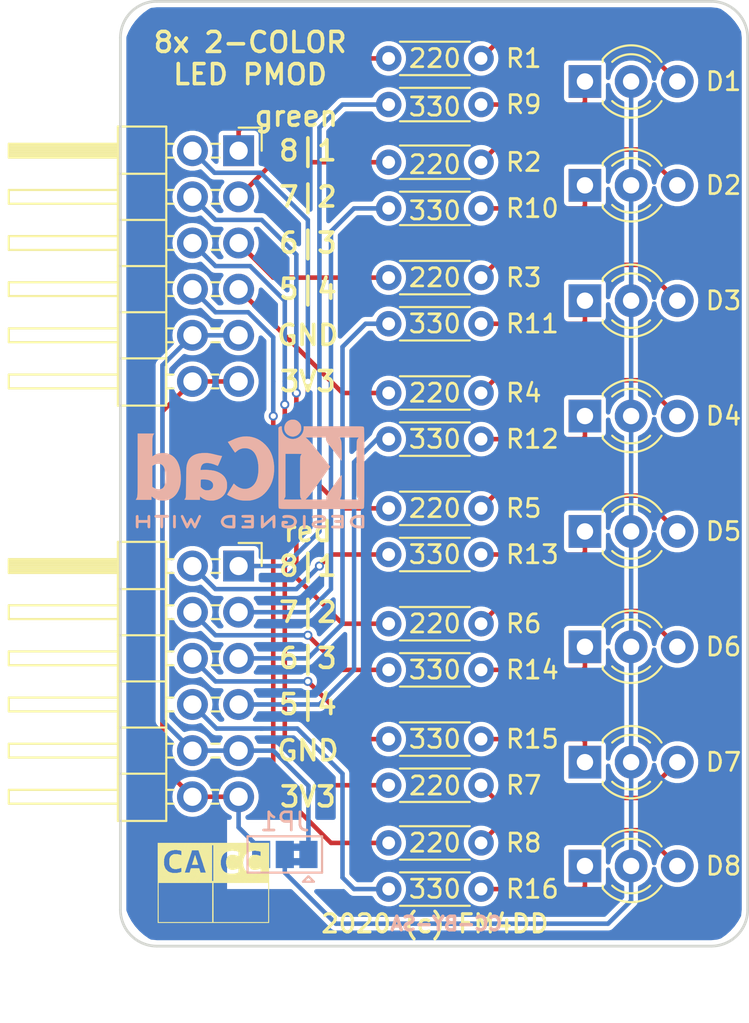
<source format=kicad_pcb>
(kicad_pcb (version 20171130) (host pcbnew "(5.1.4)-1")
  (title_block (title "FM4DD PMOD 8x 2-Color LED") (date 2020-02-06) (rev V1.0) (comment 3 "License: CC-BY-SA 4.0"))
  (layers (0 F.Cu signal) (31 B.Cu signal) (34 B.Paste user) (35 F.Paste user) (36 B.SilkS user) (37 F.SilkS user) (38 B.Mask user) (39 F.Mask user) (44 Edge.Cuts user))
  (net 0 "")
  (net 1 GND)
  (net 2 +3V3)
  (net 3 "Net-(D1-Pad3)")
  (net 4 "Net-(D1-Pad1)")
  (net 5 "Net-(D2-Pad3)")
  (net 6 "Net-(D2-Pad1)")
  (net 7 "Net-(D3-Pad1)")
  (net 8 "Net-(D3-Pad3)")
  (net 9 "Net-(D4-Pad3)")
  (net 10 "Net-(D4-Pad1)")
  (net 11 "Net-(D5-Pad1)")
  (net 12 "Net-(D5-Pad3)")
  (net 13 "Net-(D6-Pad1)")
  (net 14 "Net-(D6-Pad3)")
  (net 15 "Net-(D7-Pad3)")
  (net 16 "Net-(D7-Pad1)")
  (net 17 "Net-(D8-Pad1)")
  (net 18 "Net-(D8-Pad3)")
  (net 19 /g4)
  (net 20 /g8)
  (net 21 /g3)
  (net 22 /g7)
  (net 23 /g2)
  (net 24 /g6)
  (net 25 /g1)
  (net 26 /g5)
  (net 27 /r5)
  (net 28 /r1)
  (net 29 /r6)
  (net 30 /r2)
  (net 31 /r7)
  (net 32 /r3)
  (net 33 /r8)
  (net 34 /r4)
  (net 35 "Net-(D1-Pad2)")
  (module Jumper:SolderJumper-3_P1.3mm_Bridged2Bar12_Pad1.0x1.5mm (layer B.Cu) (at 46.54 64.955 180)
    (fp_text reference JP1 (at 0 1.8) (layer B.SilkS) (effects (justify mirror)))
    (fp_text value SolderJumper_3_Bridged12)
    (fp_poly (pts (xy -0.9 -0.2) (xy -0.4 -0.2) (xy -0.4 -0.6) (xy -0.9 -0.6)) (layer B.Cu) (width 0))
    (fp_poly (pts (xy -0.9 0.6) (xy -0.4 0.6) (xy -0.4 0.2) (xy -0.9 0.2)) (layer B.Cu) (width 0))
    (pad 2 smd rect (at 0 0 180) (size 1 1.5) (layers B.Cu B.Mask) (net 35 "Net-(D1-Pad2)"))
    (pad 3 smd rect (at 1.3 0 180) (size 1 1.5) (layers B.Cu B.Mask) (net 2 +3V3))
    (pad 1 smd rect (at -1.3 0 180) (size 1 1.5) (layers B.Cu B.Mask) (net 1 GND))
  )
  (module 01_FM4DD:7seg-type-display (layer F.Cu) (at 39.555 64.32)
    (fp_text reference 7seg-type-display hide)
    (fp_text value "" (at 0 0) (layer F.SilkS) (effects (font (size 1.27 1.27))))
  )
  (module LED_THT:LED_D3.0mm-3 (layer F.Cu) (at 63.05 65.59)
    (fp_text reference D8 (at 7.62 0) (layer F.SilkS))
    (fp_text value LED_Dual_ACA)
    (pad 1 thru_hole rect (at 0 0) (size 1.8 1.8) (drill 0.9) (layers *.Cu *.Mask) (net 17 "Net-(D8-Pad1)"))
    (pad 2 thru_hole circle (at 2.54 0) (size 1.8 1.8) (drill 0.9) (layers *.Cu *.Mask) (net 35 "Net-(D1-Pad2)"))
    (pad 3 thru_hole circle (at 5.08 0) (size 1.8 1.8) (drill 0.9) (layers *.Cu *.Mask) (net 18 "Net-(D8-Pad3)"))
  )
  (module Symbol:KiCad-Logo2_5mm_SilkScreen (layer B.Cu) (at 44.635 44 180)
    (fp_text reference REF** hide)
    (fp_text value KiCad-Logo2_5mm_SilkScreen hide)
  )
  (module 01_FM4DD:PMODHeader_2x06_P2.54mm_Horizontal (layer F.Cu) (at 44 38.92 180)
    (fp_text reference J1)
    (fp_text value PMOD)
    (pad 6 thru_hole circle (at 0 0 180) (size 1.7 1.7) (drill 1) (layers *.Cu *.Mask) (net 2 +3V3))
    (pad 12 thru_hole oval (at 2.54 0 180) (size 1.7 1.7) (drill 1) (layers *.Cu *.Mask) (net 2 +3V3))
    (pad 5 thru_hole oval (at 0 2.54 180) (size 1.7 1.7) (drill 1) (layers *.Cu *.Mask) (net 1 GND))
    (pad 11 thru_hole oval (at 2.54 2.54 180) (size 1.7 1.7) (drill 1) (layers *.Cu *.Mask) (net 1 GND))
    (pad 4 thru_hole oval (at 0 5.08 180) (size 1.7 1.7) (drill 1) (layers *.Cu *.Mask) (net 19 /g4))
    (pad 10 thru_hole oval (at 2.54 5.08 180) (size 1.7 1.7) (drill 1) (layers *.Cu *.Mask) (net 20 /g8))
    (pad 3 thru_hole oval (at 0 7.62 180) (size 1.7 1.7) (drill 1) (layers *.Cu *.Mask) (net 21 /g3))
    (pad 9 thru_hole oval (at 2.54 7.62 180) (size 1.7 1.7) (drill 1) (layers *.Cu *.Mask) (net 22 /g7))
    (pad 2 thru_hole oval (at 0 10.16 180) (size 1.7 1.7) (drill 1) (layers *.Cu *.Mask) (net 23 /g2))
    (pad 8 thru_hole oval (at 2.54 10.16 180) (size 1.7 1.7) (drill 1) (layers *.Cu *.Mask) (net 24 /g6))
    (pad 1 thru_hole rect (at 0 12.7 180) (size 1.7 1.7) (drill 1) (layers *.Cu *.Mask) (net 25 /g1))
    (pad 7 thru_hole circle (at 2.54 12.7 180) (size 1.7 1.7) (drill 1) (layers *.Cu *.Mask) (net 26 /g5))
  )
  (module 01_FM4DD:PMODHeader_2x06_P2.54mm_Horizontal (layer F.Cu) (at 44 61.78 180)
    (fp_text reference J2)
    (fp_text value PMOD)
    (pad 7 thru_hole circle (at 2.54 12.7 180) (size 1.7 1.7) (drill 1) (layers *.Cu *.Mask) (net 27 /r5))
    (pad 1 thru_hole rect (at 0 12.7 180) (size 1.7 1.7) (drill 1) (layers *.Cu *.Mask) (net 28 /r1))
    (pad 8 thru_hole oval (at 2.54 10.16 180) (size 1.7 1.7) (drill 1) (layers *.Cu *.Mask) (net 29 /r6))
    (pad 2 thru_hole oval (at 0 10.16 180) (size 1.7 1.7) (drill 1) (layers *.Cu *.Mask) (net 30 /r2))
    (pad 9 thru_hole oval (at 2.54 7.62 180) (size 1.7 1.7) (drill 1) (layers *.Cu *.Mask) (net 31 /r7))
    (pad 3 thru_hole oval (at 0 7.62 180) (size 1.7 1.7) (drill 1) (layers *.Cu *.Mask) (net 32 /r3))
    (pad 10 thru_hole oval (at 2.54 5.08 180) (size 1.7 1.7) (drill 1) (layers *.Cu *.Mask) (net 33 /r8))
    (pad 4 thru_hole oval (at 0 5.08 180) (size 1.7 1.7) (drill 1) (layers *.Cu *.Mask) (net 34 /r4))
    (pad 11 thru_hole oval (at 2.54 2.54 180) (size 1.7 1.7) (drill 1) (layers *.Cu *.Mask) (net 1 GND))
    (pad 5 thru_hole oval (at 0 2.54 180) (size 1.7 1.7) (drill 1) (layers *.Cu *.Mask) (net 1 GND))
    (pad 12 thru_hole oval (at 2.54 0 180) (size 1.7 1.7) (drill 1) (layers *.Cu *.Mask) (net 2 +3V3))
    (pad 6 thru_hole circle (at 0 0 180) (size 1.7 1.7) (drill 1) (layers *.Cu *.Mask) (net 2 +3V3))
  )
  (module Resistor_THT:R_Axial_DIN0204_L3.6mm_D1.6mm_P5.08mm_Horizontal (layer F.Cu) (at 52.255 21.14)
    (fp_text reference R1 (at 6.35 0) (layer F.SilkS) (effects (justify left)))
    (fp_text value 220 (at 2.54 0) (layer F.SilkS))
    (pad 1 thru_hole circle (at 0 0) (size 1.4 1.4) (drill 0.7) (layers *.Cu *.Mask) (net 25 /g1))
    (pad 2 thru_hole oval (at 5.08 0) (size 1.4 1.4) (drill 0.7) (layers *.Cu *.Mask) (net 3 "Net-(D1-Pad3)"))
  )
  (module Resistor_THT:R_Axial_DIN0204_L3.6mm_D1.6mm_P5.08mm_Horizontal (layer F.Cu) (at 52.255 23.68)
    (fp_text reference R9 (at 6.35 0) (layer F.SilkS) (effects (justify left)))
    (fp_text value 330 (at 2.54 0.127) (layer F.SilkS))
    (pad 2 thru_hole oval (at 5.08 0) (size 1.4 1.4) (drill 0.7) (layers *.Cu *.Mask) (net 4 "Net-(D1-Pad1)"))
    (pad 1 thru_hole circle (at 0 0) (size 1.4 1.4) (drill 0.7) (layers *.Cu *.Mask) (net 28 /r1))
  )
  (module Resistor_THT:R_Axial_DIN0204_L3.6mm_D1.6mm_P5.08mm_Horizontal (layer F.Cu) (at 52.255 26.855)
    (fp_text reference R2 (at 6.35 0) (layer F.SilkS) (effects (justify left)))
    (fp_text value 220 (at 2.54 0.127) (layer F.SilkS))
    (pad 1 thru_hole circle (at 0 0) (size 1.4 1.4) (drill 0.7) (layers *.Cu *.Mask) (net 23 /g2))
    (pad 2 thru_hole oval (at 5.08 0) (size 1.4 1.4) (drill 0.7) (layers *.Cu *.Mask) (net 5 "Net-(D2-Pad3)"))
  )
  (module Resistor_THT:R_Axial_DIN0204_L3.6mm_D1.6mm_P5.08mm_Horizontal (layer F.Cu) (at 52.255 29.395)
    (fp_text reference R10 (at 6.35 0) (layer F.SilkS) (effects (justify left)))
    (fp_text value 330 (at 2.54 0.127) (layer F.SilkS))
    (pad 2 thru_hole oval (at 5.08 0) (size 1.4 1.4) (drill 0.7) (layers *.Cu *.Mask) (net 6 "Net-(D2-Pad1)"))
    (pad 1 thru_hole circle (at 0 0) (size 1.4 1.4) (drill 0.7) (layers *.Cu *.Mask) (net 30 /r2))
  )
  (module Resistor_THT:R_Axial_DIN0204_L3.6mm_D1.6mm_P5.08mm_Horizontal (layer F.Cu) (at 52.255 39.555)
    (fp_text reference R4 (at 6.35 0) (layer F.SilkS) (effects (justify left)))
    (fp_text value 220 (at 2.54 0) (layer F.SilkS))
    (pad 1 thru_hole circle (at 0 0) (size 1.4 1.4) (drill 0.7) (layers *.Cu *.Mask) (net 19 /g4))
    (pad 2 thru_hole oval (at 5.08 0) (size 1.4 1.4) (drill 0.7) (layers *.Cu *.Mask) (net 9 "Net-(D4-Pad3)"))
  )
  (module Resistor_THT:R_Axial_DIN0204_L3.6mm_D1.6mm_P5.08mm_Horizontal (layer F.Cu) (at 52.255 33.205)
    (fp_text reference R3 (at 6.35 0) (layer F.SilkS) (effects (justify left)))
    (fp_text value 220 (at 2.54 0) (layer F.SilkS))
    (pad 2 thru_hole oval (at 5.08 0) (size 1.4 1.4) (drill 0.7) (layers *.Cu *.Mask) (net 8 "Net-(D3-Pad3)"))
    (pad 1 thru_hole circle (at 0 0) (size 1.4 1.4) (drill 0.7) (layers *.Cu *.Mask) (net 21 /g3))
  )
  (module Resistor_THT:R_Axial_DIN0204_L3.6mm_D1.6mm_P5.08mm_Horizontal (layer F.Cu) (at 52.255 35.745)
    (fp_text reference R11 (at 6.35 0) (layer F.SilkS) (effects (justify left)))
    (fp_text value 330 (at 2.54 0) (layer F.SilkS))
    (pad 1 thru_hole circle (at 0 0) (size 1.4 1.4) (drill 0.7) (layers *.Cu *.Mask) (net 32 /r3))
    (pad 2 thru_hole oval (at 5.08 0) (size 1.4 1.4) (drill 0.7) (layers *.Cu *.Mask) (net 7 "Net-(D3-Pad1)"))
  )
  (module Resistor_THT:R_Axial_DIN0204_L3.6mm_D1.6mm_P5.08mm_Horizontal (layer F.Cu) (at 52.255 42.095)
    (fp_text reference R12 (at 6.35 0) (layer F.SilkS) (effects (justify left)))
    (fp_text value 330 (at 2.54 0) (layer F.SilkS))
    (pad 2 thru_hole oval (at 5.08 0) (size 1.4 1.4) (drill 0.7) (layers *.Cu *.Mask) (net 10 "Net-(D4-Pad1)"))
    (pad 1 thru_hole circle (at 0 0) (size 1.4 1.4) (drill 0.7) (layers *.Cu *.Mask) (net 34 /r4))
  )
  (module LED_THT:LED_D3.0mm-3 (layer F.Cu) (at 63.05 22.41)
    (fp_text reference D1 (at 7.62 0) (layer F.SilkS))
    (fp_text value LED_Dual_ACA)
    (pad 3 thru_hole circle (at 5.08 0) (size 1.8 1.8) (drill 0.9) (layers *.Cu *.Mask) (net 3 "Net-(D1-Pad3)"))
    (pad 2 thru_hole circle (at 2.54 0) (size 1.8 1.8) (drill 0.9) (layers *.Cu *.Mask) (net 35 "Net-(D1-Pad2)"))
    (pad 1 thru_hole rect (at 0 0) (size 1.8 1.8) (drill 0.9) (layers *.Cu *.Mask) (net 4 "Net-(D1-Pad1)"))
  )
  (module LED_THT:LED_D3.0mm-3 (layer F.Cu) (at 63.05 28.125)
    (fp_text reference D2 (at 7.62 0) (layer F.SilkS))
    (fp_text value LED_Dual_ACA)
    (pad 3 thru_hole circle (at 5.08 0) (size 1.8 1.8) (drill 0.9) (layers *.Cu *.Mask) (net 5 "Net-(D2-Pad3)"))
    (pad 2 thru_hole circle (at 2.54 0) (size 1.8 1.8) (drill 0.9) (layers *.Cu *.Mask) (net 35 "Net-(D1-Pad2)"))
    (pad 1 thru_hole rect (at 0 0) (size 1.8 1.8) (drill 0.9) (layers *.Cu *.Mask) (net 6 "Net-(D2-Pad1)"))
  )
  (module LED_THT:LED_D3.0mm-3 (layer F.Cu) (at 63.05 34.475)
    (fp_text reference D3 (at 7.62 0) (layer F.SilkS))
    (fp_text value LED_Dual_ACA)
    (pad 1 thru_hole rect (at 0 0) (size 1.8 1.8) (drill 0.9) (layers *.Cu *.Mask) (net 7 "Net-(D3-Pad1)"))
    (pad 2 thru_hole circle (at 2.54 0) (size 1.8 1.8) (drill 0.9) (layers *.Cu *.Mask) (net 35 "Net-(D1-Pad2)"))
    (pad 3 thru_hole circle (at 5.08 0) (size 1.8 1.8) (drill 0.9) (layers *.Cu *.Mask) (net 8 "Net-(D3-Pad3)"))
  )
  (module LED_THT:LED_D3.0mm-3 (layer F.Cu) (at 63.05 40.825)
    (fp_text reference D4 (at 7.62 0) (layer F.SilkS))
    (fp_text value LED_Dual_ACA)
    (pad 3 thru_hole circle (at 5.08 0) (size 1.8 1.8) (drill 0.9) (layers *.Cu *.Mask) (net 9 "Net-(D4-Pad3)"))
    (pad 2 thru_hole circle (at 2.54 0) (size 1.8 1.8) (drill 0.9) (layers *.Cu *.Mask) (net 35 "Net-(D1-Pad2)"))
    (pad 1 thru_hole rect (at 0 0) (size 1.8 1.8) (drill 0.9) (layers *.Cu *.Mask) (net 10 "Net-(D4-Pad1)"))
  )
  (module LED_THT:LED_D3.0mm-3 (layer F.Cu) (at 63.05 47.175)
    (fp_text reference D5 (at 7.62 0) (layer F.SilkS))
    (fp_text value LED_Dual_ACA)
    (pad 1 thru_hole rect (at 0 0) (size 1.8 1.8) (drill 0.9) (layers *.Cu *.Mask) (net 11 "Net-(D5-Pad1)"))
    (pad 2 thru_hole circle (at 2.54 0) (size 1.8 1.8) (drill 0.9) (layers *.Cu *.Mask) (net 35 "Net-(D1-Pad2)"))
    (pad 3 thru_hole circle (at 5.08 0) (size 1.8 1.8) (drill 0.9) (layers *.Cu *.Mask) (net 12 "Net-(D5-Pad3)"))
  )
  (module LED_THT:LED_D3.0mm-3 (layer F.Cu) (at 63.05 53.525)
    (fp_text reference D6 (at 7.62 0) (layer F.SilkS))
    (fp_text value LED_Dual_ACA)
    (pad 1 thru_hole rect (at 0 0) (size 1.8 1.8) (drill 0.9) (layers *.Cu *.Mask) (net 13 "Net-(D6-Pad1)"))
    (pad 2 thru_hole circle (at 2.54 0) (size 1.8 1.8) (drill 0.9) (layers *.Cu *.Mask) (net 35 "Net-(D1-Pad2)"))
    (pad 3 thru_hole circle (at 5.08 0) (size 1.8 1.8) (drill 0.9) (layers *.Cu *.Mask) (net 14 "Net-(D6-Pad3)"))
  )
  (module LED_THT:LED_D3.0mm-3 (layer F.Cu) (at 63.05 59.875)
    (fp_text reference D7 (at 7.62 0) (layer F.SilkS))
    (fp_text value LED_Dual_ACA)
    (pad 3 thru_hole circle (at 5.08 0) (size 1.8 1.8) (drill 0.9) (layers *.Cu *.Mask) (net 15 "Net-(D7-Pad3)"))
    (pad 2 thru_hole circle (at 2.54 0) (size 1.8 1.8) (drill 0.9) (layers *.Cu *.Mask) (net 35 "Net-(D1-Pad2)"))
    (pad 1 thru_hole rect (at 0 0) (size 1.8 1.8) (drill 0.9) (layers *.Cu *.Mask) (net 16 "Net-(D7-Pad1)"))
  )
  (module Resistor_THT:R_Axial_DIN0204_L3.6mm_D1.6mm_P5.08mm_Horizontal (layer F.Cu) (at 52.255 45.905)
    (fp_text reference R5 (at 6.35 0) (layer F.SilkS) (effects (justify left)))
    (fp_text value 220 (at 2.54 0) (layer F.SilkS))
    (pad 2 thru_hole oval (at 5.08 0) (size 1.4 1.4) (drill 0.7) (layers *.Cu *.Mask) (net 12 "Net-(D5-Pad3)"))
    (pad 1 thru_hole circle (at 0 0) (size 1.4 1.4) (drill 0.7) (layers *.Cu *.Mask) (net 26 /g5))
  )
  (module Resistor_THT:R_Axial_DIN0204_L3.6mm_D1.6mm_P5.08mm_Horizontal (layer F.Cu) (at 52.255 52.255)
    (fp_text reference R6 (at 6.35 0) (layer F.SilkS) (effects (justify left)))
    (fp_text value 220 (at 2.54 0) (layer F.SilkS))
    (pad 2 thru_hole oval (at 5.08 0) (size 1.4 1.4) (drill 0.7) (layers *.Cu *.Mask) (net 14 "Net-(D6-Pad3)"))
    (pad 1 thru_hole circle (at 0 0) (size 1.4 1.4) (drill 0.7) (layers *.Cu *.Mask) (net 24 /g6))
  )
  (module Resistor_THT:R_Axial_DIN0204_L3.6mm_D1.6mm_P5.08mm_Horizontal (layer F.Cu) (at 52.255 61.145)
    (fp_text reference R7 (at 6.35 0) (layer F.SilkS) (effects (justify left)))
    (fp_text value 220 (at 2.551999 0.029599) (layer F.SilkS))
    (pad 1 thru_hole circle (at 0 0) (size 1.4 1.4) (drill 0.7) (layers *.Cu *.Mask) (net 22 /g7))
    (pad 2 thru_hole oval (at 5.08 0) (size 1.4 1.4) (drill 0.7) (layers *.Cu *.Mask) (net 15 "Net-(D7-Pad3)"))
  )
  (module Resistor_THT:R_Axial_DIN0204_L3.6mm_D1.6mm_P5.08mm_Horizontal (layer F.Cu) (at 52.255 64.32)
    (fp_text reference R8 (at 6.35 0) (layer F.SilkS) (effects (justify left)))
    (fp_text value 220 (at 2.54 0) (layer F.SilkS))
    (pad 2 thru_hole oval (at 5.08 0) (size 1.4 1.4) (drill 0.7) (layers *.Cu *.Mask) (net 18 "Net-(D8-Pad3)"))
    (pad 1 thru_hole circle (at 0 0) (size 1.4 1.4) (drill 0.7) (layers *.Cu *.Mask) (net 20 /g8))
  )
  (module Resistor_THT:R_Axial_DIN0204_L3.6mm_D1.6mm_P5.08mm_Horizontal (layer F.Cu) (at 52.255 48.445)
    (fp_text reference R13 (at 6.35 0) (layer F.SilkS) (effects (justify left)))
    (fp_text value 330 (at 2.54 0) (layer F.SilkS))
    (pad 1 thru_hole circle (at 0 0) (size 1.4 1.4) (drill 0.7) (layers *.Cu *.Mask) (net 27 /r5))
    (pad 2 thru_hole oval (at 5.08 0) (size 1.4 1.4) (drill 0.7) (layers *.Cu *.Mask) (net 11 "Net-(D5-Pad1)"))
  )
  (module Resistor_THT:R_Axial_DIN0204_L3.6mm_D1.6mm_P5.08mm_Horizontal (layer F.Cu) (at 52.255 54.795)
    (fp_text reference R14 (at 6.35 0) (layer F.SilkS) (effects (justify left)))
    (fp_text value 330 (at 2.54 0) (layer F.SilkS))
    (pad 1 thru_hole circle (at 0 0) (size 1.4 1.4) (drill 0.7) (layers *.Cu *.Mask) (net 29 /r6))
    (pad 2 thru_hole oval (at 5.08 0) (size 1.4 1.4) (drill 0.7) (layers *.Cu *.Mask) (net 13 "Net-(D6-Pad1)"))
  )
  (module Resistor_THT:R_Axial_DIN0204_L3.6mm_D1.6mm_P5.08mm_Horizontal (layer F.Cu) (at 52.255 58.605)
    (fp_text reference R15 (at 6.35 0) (layer F.SilkS) (effects (justify left)))
    (fp_text value 330 (at 2.54 0) (layer F.SilkS))
    (pad 2 thru_hole oval (at 5.08 0) (size 1.4 1.4) (drill 0.7) (layers *.Cu *.Mask) (net 16 "Net-(D7-Pad1)"))
    (pad 1 thru_hole circle (at 0 0) (size 1.4 1.4) (drill 0.7) (layers *.Cu *.Mask) (net 31 /r7))
  )
  (module Resistor_THT:R_Axial_DIN0204_L3.6mm_D1.6mm_P5.08mm_Horizontal (layer F.Cu) (at 52.255 66.86)
    (fp_text reference R16 (at 6.35 0) (layer F.SilkS) (effects (justify left)))
    (fp_text value 330 (at 2.54 0) (layer F.SilkS))
    (pad 1 thru_hole circle (at 0 0) (size 1.4 1.4) (drill 0.7) (layers *.Cu *.Mask) (net 33 /r8))
    (pad 2 thru_hole oval (at 5.08 0) (size 1.4 1.4) (drill 0.7) (layers *.Cu *.Mask) (net 17 "Net-(D8-Pad1)"))
  )
  (gr_text "2020 (c) FM4DD\n" (at 54.795 68.765) (layer F.SilkS) (effects (font (size 1 1) (thickness 0.175))))
  (gr_text red (at 47.81 47.175) (layer F.SilkS) (effects (font (size 1.1 1.1) (thickness 0.2))))
  (gr_text 3V3 (at 47.81 61.78) (layer F.SilkS) (effects (font (size 1.1 1.1) (thickness 0.2))))
  (gr_text GND (at 47.81 59.24) (layer F.SilkS) (effects (font (size 1.1 1.1) (thickness 0.2))))
  (gr_text 5|4 (at 47.81 56.7) (layer F.SilkS) (effects (font (size 1.1 1.1) (thickness 0.2))))
  (gr_text 6|3 (at 47.81 54.16) (layer F.SilkS) (effects (font (size 1.1 1.1) (thickness 0.2))))
  (gr_text 7|2 (at 47.81 51.62) (layer F.SilkS) (effects (font (size 1.1 1.1) (thickness 0.2))))
  (gr_text 8|1 (at 47.81 49.08) (layer F.SilkS) (effects (font (size 1.1 1.1) (thickness 0.2))))
  (gr_text green (at 47.175 24.315) (layer F.SilkS) (effects (font (size 1.1 1.1) (thickness 0.2))))
  (gr_text 3V3 (at 47.81 38.92) (layer F.SilkS) (effects (font (size 1.1 1.1) (thickness 0.2))))
  (gr_text GND (at 47.81 36.38) (layer F.SilkS) (effects (font (size 1.1 1.1) (thickness 0.2))))
  (gr_text 5|4 (at 47.81 33.84) (layer F.SilkS) (effects (font (size 1.1 1.1) (thickness 0.2))))
  (gr_text 6|3 (at 47.81 31.3) (layer F.SilkS) (effects (font (size 1.1 1.1) (thickness 0.2))))
  (gr_text 7|2 (at 47.81 28.76) (layer F.SilkS) (effects (font (size 1.1 1.1) (thickness 0.2))))
  (gr_text 8|1 (at 47.81 26.22) (layer F.SilkS) (effects (font (size 1.1 1.1) (thickness 0.2))))
  (gr_text CC-BY-SA (at 55.43 68.765) (layer B.SilkS) (effects (font (size 0.75 0.75) (thickness 0.1875)) (justify mirror)))
  (gr_text "8x 2-COLOR\nLED PMOD" (at 44.635 21.14) (layer F.SilkS) (effects (font (size 1.1 1.1) (thickness 0.2))))
  (gr_arc (start 70 20) (end 72 20) (angle -90) (layer Edge.Cuts) (width 0.15))
  (gr_arc (start 39.5 20) (end 39.5 18) (angle -90) (layer Edge.Cuts) (width 0.15))
  (gr_arc (start 39.5 68) (end 37.5 68) (angle -90) (layer Edge.Cuts) (width 0.15))
  (gr_arc (start 70 68) (end 70 70) (angle -90) (layer Edge.Cuts) (width 0.15))
  (gr_line (start 72 20) (end 72 68) (layer Edge.Cuts) (width 0.15))
  (gr_line (start 39.5 18) (end 70 18) (layer Edge.Cuts) (width 0.15))
  (gr_line (start 37.5 68) (end 37.5 20) (layer Edge.Cuts) (width 0.15))
  (gr_line (start 70 70) (end 39.5 70) (layer Edge.Cuts) (width 0.15))
  (segment (start 41.46 36.38) (end 39.809 38.031) (width 0.25) (layer B.Cu) (net 1))
  (segment (start 39.809 57.589) (end 41.46 59.24) (width 0.25) (layer B.Cu) (net 1))
  (segment (start 39.809 38.031) (end 39.809 57.589) (width 0.25) (layer B.Cu) (net 1))
  (segment (start 41.46 36.38) (end 44 36.38) (width 0.25) (layer B.Cu) (net 1))
  (segment (start 41.46 59.24) (end 44 59.24) (width 0.25) (layer B.Cu) (net 1))
  (segment (start 47.84 61.175) (end 47.84 64.955) (width 0.25) (layer B.Cu) (net 1))
  (segment (start 44 59.24) (end 45.905 59.24) (width 0.25) (layer B.Cu) (net 1))
  (segment (start 45.905 59.24) (end 47.84 61.175) (width 0.25) (layer B.Cu) (net 1))
  (segment (start 41.46 38.92) (end 39.809 40.571) (width 0.25) (layer F.Cu) (net 2))
  (segment (start 39.809 60.129) (end 41.46 61.78) (width 0.25) (layer F.Cu) (net 2))
  (segment (start 39.809 40.571) (end 39.809 60.129) (width 0.25) (layer F.Cu) (net 2))
  (segment (start 41.46 61.78) (end 44 61.78) (width 0.25) (layer F.Cu) (net 2))
  (segment (start 41.46 38.92) (end 44 38.92) (width 0.25) (layer F.Cu) (net 2))
  (segment (start 45.24 64.705) (end 45.24 64.955) (width 0.25) (layer B.Cu) (net 2))
  (segment (start 44 63.465) (end 45.24 64.705) (width 0.25) (layer B.Cu) (net 2))
  (segment (start 44 61.78) (end 44 63.465) (width 0.25) (layer B.Cu) (net 2))
  (segment (start 67.230001 21.510001) (end 68.13 22.41) (width 0.25) (layer F.Cu) (net 3))
  (segment (start 66.160001 20.440001) (end 67.230001 21.510001) (width 0.25) (layer F.Cu) (net 3))
  (segment (start 58.034999 20.440001) (end 66.160001 20.440001) (width 0.25) (layer F.Cu) (net 3))
  (segment (start 57.335 21.14) (end 58.034999 20.440001) (width 0.25) (layer F.Cu) (net 3))
  (segment (start 63.05 23.56) (end 63.05 22.41) (width 0.25) (layer F.Cu) (net 4))
  (segment (start 62.93 23.68) (end 63.05 23.56) (width 0.25) (layer F.Cu) (net 4))
  (segment (start 57.335 23.68) (end 62.93 23.68) (width 0.25) (layer F.Cu) (net 4))
  (segment (start 67.230001 27.225001) (end 68.13 28.125) (width 0.25) (layer F.Cu) (net 5))
  (segment (start 66.160001 26.155001) (end 67.230001 27.225001) (width 0.25) (layer F.Cu) (net 5))
  (segment (start 58.034999 26.155001) (end 66.160001 26.155001) (width 0.25) (layer F.Cu) (net 5))
  (segment (start 57.335 26.855) (end 58.034999 26.155001) (width 0.25) (layer F.Cu) (net 5))
  (segment (start 63.05 29.275) (end 63.05 28.125) (width 0.25) (layer F.Cu) (net 6))
  (segment (start 62.93 29.395) (end 63.05 29.275) (width 0.25) (layer F.Cu) (net 6))
  (segment (start 57.335 29.395) (end 62.93 29.395) (width 0.25) (layer F.Cu) (net 6))
  (segment (start 63.05 35.625) (end 63.05 34.475) (width 0.25) (layer F.Cu) (net 7))
  (segment (start 62.93 35.745) (end 63.05 35.625) (width 0.25) (layer F.Cu) (net 7))
  (segment (start 57.335 35.745) (end 62.93 35.745) (width 0.25) (layer F.Cu) (net 7))
  (segment (start 67.230001 33.575001) (end 68.13 34.475) (width 0.25) (layer F.Cu) (net 8))
  (segment (start 66.160001 32.505001) (end 67.230001 33.575001) (width 0.25) (layer F.Cu) (net 8))
  (segment (start 58.034999 32.505001) (end 66.160001 32.505001) (width 0.25) (layer F.Cu) (net 8))
  (segment (start 57.335 33.205) (end 58.034999 32.505001) (width 0.25) (layer F.Cu) (net 8))
  (segment (start 67.230001 39.925001) (end 68.13 40.825) (width 0.25) (layer F.Cu) (net 9))
  (segment (start 66.160001 38.855001) (end 67.230001 39.925001) (width 0.25) (layer F.Cu) (net 9))
  (segment (start 58.034999 38.855001) (end 66.160001 38.855001) (width 0.25) (layer F.Cu) (net 9))
  (segment (start 57.335 39.555) (end 58.034999 38.855001) (width 0.25) (layer F.Cu) (net 9))
  (segment (start 63.05 41.975) (end 63.05 40.825) (width 0.25) (layer F.Cu) (net 10))
  (segment (start 62.93 42.095) (end 63.05 41.975) (width 0.25) (layer F.Cu) (net 10))
  (segment (start 57.335 42.095) (end 62.93 42.095) (width 0.25) (layer F.Cu) (net 10))
  (segment (start 63.05 48.325) (end 63.05 47.175) (width 0.25) (layer F.Cu) (net 11))
  (segment (start 62.93 48.445) (end 63.05 48.325) (width 0.25) (layer F.Cu) (net 11))
  (segment (start 57.335 48.445) (end 62.93 48.445) (width 0.25) (layer F.Cu) (net 11))
  (segment (start 67.230001 46.275001) (end 68.13 47.175) (width 0.25) (layer F.Cu) (net 12))
  (segment (start 66.160001 45.205001) (end 67.230001 46.275001) (width 0.25) (layer F.Cu) (net 12))
  (segment (start 58.034999 45.205001) (end 66.160001 45.205001) (width 0.25) (layer F.Cu) (net 12))
  (segment (start 57.335 45.905) (end 58.034999 45.205001) (width 0.25) (layer F.Cu) (net 12))
  (segment (start 63.05 54.675) (end 63.05 53.525) (width 0.25) (layer F.Cu) (net 13))
  (segment (start 62.93 54.795) (end 63.05 54.675) (width 0.25) (layer F.Cu) (net 13))
  (segment (start 57.335 54.795) (end 62.93 54.795) (width 0.25) (layer F.Cu) (net 13))
  (segment (start 67.230001 52.625001) (end 68.13 53.525) (width 0.25) (layer F.Cu) (net 14))
  (segment (start 66.160001 51.555001) (end 67.230001 52.625001) (width 0.25) (layer F.Cu) (net 14))
  (segment (start 58.034999 51.555001) (end 66.160001 51.555001) (width 0.25) (layer F.Cu) (net 14))
  (segment (start 57.335 52.255) (end 58.034999 51.555001) (width 0.25) (layer F.Cu) (net 14))
  (segment (start 67.230001 60.774999) (end 68.13 59.875) (width 0.25) (layer F.Cu) (net 15))
  (segment (start 66.160001 61.844999) (end 67.230001 60.774999) (width 0.25) (layer F.Cu) (net 15))
  (segment (start 58.034999 61.844999) (end 66.160001 61.844999) (width 0.25) (layer F.Cu) (net 15))
  (segment (start 57.335 61.145) (end 58.034999 61.844999) (width 0.25) (layer F.Cu) (net 15))
  (segment (start 63.05 58.725) (end 63.05 59.875) (width 0.25) (layer F.Cu) (net 16))
  (segment (start 62.93 58.605) (end 63.05 58.725) (width 0.25) (layer F.Cu) (net 16))
  (segment (start 57.335 58.605) (end 62.93 58.605) (width 0.25) (layer F.Cu) (net 16))
  (segment (start 63.05 66.74) (end 63.05 65.59) (width 0.25) (layer F.Cu) (net 17))
  (segment (start 62.93 66.86) (end 63.05 66.74) (width 0.25) (layer F.Cu) (net 17))
  (segment (start 57.335 66.86) (end 62.93 66.86) (width 0.25) (layer F.Cu) (net 17))
  (segment (start 66.160001 63.620001) (end 68.13 65.59) (width 0.25) (layer F.Cu) (net 18))
  (segment (start 57.335 64.32) (end 58.034999 63.620001) (width 0.25) (layer F.Cu) (net 18))
  (segment (start 58.034999 63.620001) (end 66.160001 63.620001) (width 0.25) (layer F.Cu) (net 18))
  (segment (start 49.715 39.555) (end 44 33.84) (width 0.25) (layer F.Cu) (net 19))
  (segment (start 52.255 39.555) (end 49.715 39.555) (width 0.25) (layer F.Cu) (net 19))
  (via (at 45.905 40.825) (size 0.5) (drill 0.3) (layers F.Cu B.Cu) (net 20))
  (segment (start 45.905 38.92) (end 45.905 40.825) (width 0.25) (layer B.Cu) (net 20))
  (segment (start 45.905 36.486798) (end 45.905 38.92) (width 0.25) (layer B.Cu) (net 20))
  (segment (start 44.528202 35.11) (end 45.905 36.486798) (width 0.25) (layer B.Cu) (net 20))
  (segment (start 41.46 33.84) (end 42.73 35.11) (width 0.25) (layer B.Cu) (net 20))
  (segment (start 42.73 35.11) (end 44.528202 35.11) (width 0.25) (layer B.Cu) (net 20))
  (segment (start 49.08 64.32) (end 52.255 64.32) (width 0.25) (layer F.Cu) (net 20))
  (segment (start 45.905 40.825) (end 45.905 61.145) (width 0.25) (layer F.Cu) (net 20))
  (segment (start 45.905 61.145) (end 49.08 64.32) (width 0.25) (layer F.Cu) (net 20))
  (segment (start 44 31.3) (end 45.905 33.205) (width 0.25) (layer F.Cu) (net 21))
  (segment (start 45.905 33.205) (end 52.255 33.205) (width 0.25) (layer F.Cu) (net 21))
  (via (at 46.54 40.19) (size 0.5) (drill 0.3) (layers F.Cu B.Cu) (net 22))
  (segment (start 41.46 31.3) (end 42.73 32.57) (width 0.25) (layer B.Cu) (net 22))
  (segment (start 42.73 32.57) (end 44.635 32.57) (width 0.25) (layer B.Cu) (net 22))
  (segment (start 46.54 34.475) (end 46.54 38.92) (width 0.25) (layer B.Cu) (net 22))
  (segment (start 44.635 32.57) (end 46.54 34.475) (width 0.25) (layer B.Cu) (net 22))
  (segment (start 49.08 61.145) (end 52.255 61.145) (width 0.25) (layer F.Cu) (net 22))
  (segment (start 46.54 58.605) (end 49.08 61.145) (width 0.25) (layer F.Cu) (net 22))
  (segment (start 46.54 38.92) (end 46.54 40.19) (width 0.25) (layer B.Cu) (net 22))
  (segment (start 46.54 40.19) (end 46.54 58.605) (width 0.25) (layer F.Cu) (net 22))
  (segment (start 45.905 26.855) (end 52.255 26.855) (width 0.25) (layer F.Cu) (net 23))
  (segment (start 44 28.76) (end 45.905 26.855) (width 0.25) (layer F.Cu) (net 23))
  (segment (start 52.255 52.255) (end 51.265051 52.255) (width 0.25) (layer F.Cu) (net 24))
  (segment (start 51.265051 52.255) (end 49.715 52.255) (width 0.25) (layer F.Cu) (net 24))
  (segment (start 49.715 52.255) (end 47.175 49.715) (width 0.25) (layer F.Cu) (net 24))
  (via (at 47.175 39.555) (size 0.5) (drill 0.3) (layers F.Cu B.Cu) (net 24))
  (segment (start 41.46 28.76) (end 42.73 30.03) (width 0.25) (layer B.Cu) (net 24))
  (segment (start 42.73 30.03) (end 45.27 30.03) (width 0.25) (layer B.Cu) (net 24))
  (segment (start 45.27 30.03) (end 47.175 31.935) (width 0.25) (layer B.Cu) (net 24))
  (segment (start 47.175 31.935) (end 47.175 38.92) (width 0.25) (layer B.Cu) (net 24))
  (segment (start 47.175 38.92) (end 47.175 39.555) (width 0.25) (layer B.Cu) (net 24))
  (segment (start 47.175 39.555) (end 47.175 49.715) (width 0.25) (layer F.Cu) (net 24))
  (segment (start 51.265051 21.14) (end 52.255 21.14) (width 0.25) (layer F.Cu) (net 25))
  (segment (start 47.98 21.14) (end 51.265051 21.14) (width 0.25) (layer F.Cu) (net 25))
  (segment (start 44 25.12) (end 47.98 21.14) (width 0.25) (layer F.Cu) (net 25))
  (segment (start 44 26.22) (end 44 25.12) (width 0.25) (layer F.Cu) (net 25))
  (segment (start 52.255 45.905) (end 49.715 45.905) (width 0.25) (layer F.Cu) (net 26))
  (segment (start 49.715 45.905) (end 47.81 44) (width 0.25) (layer F.Cu) (net 26))
  (segment (start 47.81 44) (end 47.81 38.92) (width 0.25) (layer F.Cu) (net 26))
  (segment (start 47.81 38.92) (end 47.81 38.92) (width 0.25) (layer F.Cu) (net 26))
  (via (at 47.81 38.92) (size 0.5) (drill 0.3) (layers F.Cu B.Cu) (net 26))
  (segment (start 47.81 38.92) (end 47.81 30.03) (width 0.25) (layer B.Cu) (net 26))
  (segment (start 42.309999 27.069999) (end 41.46 26.22) (width 0.25) (layer B.Cu) (net 26))
  (segment (start 42.675001 27.435001) (end 42.309999 27.069999) (width 0.25) (layer B.Cu) (net 26))
  (segment (start 45.215001 27.435001) (end 42.675001 27.435001) (width 0.25) (layer B.Cu) (net 26))
  (segment (start 47.81 30.03) (end 45.215001 27.435001) (width 0.25) (layer B.Cu) (net 26))
  (segment (start 42.73 50.35) (end 47.175 50.35) (width 0.25) (layer B.Cu) (net 27))
  (segment (start 41.46 49.08) (end 42.73 50.35) (width 0.25) (layer B.Cu) (net 27))
  (segment (start 47.175 50.35) (end 48.445 49.08) (width 0.25) (layer B.Cu) (net 27))
  (segment (start 48.445 49.08) (end 48.445 49.08) (width 0.25) (layer B.Cu) (net 27))
  (via (at 48.445 49.08) (size 0.5) (drill 0.3) (layers F.Cu B.Cu) (net 27))
  (segment (start 49.08 48.445) (end 48.445 49.08) (width 0.25) (layer F.Cu) (net 27))
  (segment (start 52.255 48.445) (end 49.08 48.445) (width 0.25) (layer F.Cu) (net 27))
  (segment (start 49.715 23.68) (end 52.255 23.68) (width 0.25) (layer B.Cu) (net 28))
  (segment (start 48.445 24.95) (end 49.715 23.68) (width 0.25) (layer B.Cu) (net 28))
  (segment (start 48.445 47.175) (end 48.445 24.95) (width 0.25) (layer B.Cu) (net 28))
  (segment (start 44 49.08) (end 46.54 49.08) (width 0.25) (layer B.Cu) (net 28))
  (segment (start 46.54 49.08) (end 48.445 47.175) (width 0.25) (layer B.Cu) (net 28))
  (segment (start 41.46 51.62) (end 42.73 52.89) (width 0.25) (layer B.Cu) (net 29))
  (segment (start 42.73 52.89) (end 47.81 52.89) (width 0.25) (layer B.Cu) (net 29))
  (segment (start 47.81 52.89) (end 47.81 52.89) (width 0.25) (layer B.Cu) (net 29))
  (via (at 47.81 52.89) (size 0.5) (drill 0.3) (layers F.Cu B.Cu) (net 29))
  (segment (start 49.715 54.795) (end 47.81 52.89) (width 0.25) (layer F.Cu) (net 29))
  (segment (start 52.255 54.795) (end 49.715 54.795) (width 0.25) (layer F.Cu) (net 29))
  (segment (start 50.35 29.395) (end 52.255 29.395) (width 0.25) (layer B.Cu) (net 30))
  (segment (start 49.08 30.665) (end 50.35 29.395) (width 0.25) (layer B.Cu) (net 30))
  (segment (start 49.08 50.35) (end 49.08 30.665) (width 0.25) (layer B.Cu) (net 30))
  (segment (start 44 51.62) (end 47.81 51.62) (width 0.25) (layer B.Cu) (net 30))
  (segment (start 47.81 51.62) (end 49.08 50.35) (width 0.25) (layer B.Cu) (net 30))
  (segment (start 41.46 54.16) (end 42.73 55.43) (width 0.25) (layer B.Cu) (net 31))
  (segment (start 42.73 55.43) (end 47.81 55.43) (width 0.25) (layer B.Cu) (net 31))
  (segment (start 47.81 55.43) (end 47.81 55.43) (width 0.25) (layer B.Cu) (net 31))
  (via (at 47.81 55.43) (size 0.5) (drill 0.3) (layers F.Cu B.Cu) (net 31))
  (segment (start 50.985 58.605) (end 52.255 58.605) (width 0.25) (layer F.Cu) (net 31))
  (segment (start 47.81 55.43) (end 50.985 58.605) (width 0.25) (layer F.Cu) (net 31))
  (segment (start 50.985 35.745) (end 52.255 35.745) (width 0.25) (layer B.Cu) (net 32))
  (segment (start 49.715 37.015) (end 50.985 35.745) (width 0.25) (layer B.Cu) (net 32))
  (segment (start 49.715 52.255) (end 49.715 37.015) (width 0.25) (layer B.Cu) (net 32))
  (segment (start 44 54.16) (end 47.81 54.16) (width 0.25) (layer B.Cu) (net 32))
  (segment (start 47.81 54.16) (end 49.715 52.255) (width 0.25) (layer B.Cu) (net 32))
  (segment (start 41.46 56.7) (end 42.784999 58.024999) (width 0.25) (layer B.Cu) (net 33))
  (segment (start 52.255 66.86) (end 50.35 66.86) (width 0.25) (layer B.Cu) (net 33))
  (segment (start 47.229999 58.024999) (end 45.215001 58.024999) (width 0.25) (layer B.Cu) (net 33))
  (segment (start 49.08 59.875) (end 47.229999 58.024999) (width 0.25) (layer B.Cu) (net 33))
  (segment (start 42.784999 58.024999) (end 45.215001 58.024999) (width 0.25) (layer B.Cu) (net 33))
  (segment (start 45.215001 58.024999) (end 45.324999 58.024999) (width 0.25) (layer B.Cu) (net 33))
  (segment (start 50.35 66.86) (end 49.715 66.225) (width 0.25) (layer B.Cu) (net 33))
  (segment (start 49.715 66.225) (end 49.715 61.145) (width 0.25) (layer B.Cu) (net 33))
  (segment (start 49.715 61.145) (end 49.715 60.51) (width 0.25) (layer B.Cu) (net 33))
  (segment (start 49.715 60.51) (end 49.08 59.875) (width 0.25) (layer B.Cu) (net 33))
  (segment (start 51.62 42.095) (end 52.255 42.095) (width 0.25) (layer B.Cu) (net 34))
  (segment (start 50.35 43.365) (end 51.62 42.095) (width 0.25) (layer B.Cu) (net 34))
  (segment (start 50.35 54.795) (end 50.35 43.365) (width 0.25) (layer B.Cu) (net 34))
  (segment (start 44 56.7) (end 48.445 56.7) (width 0.25) (layer B.Cu) (net 34))
  (segment (start 48.445 56.7) (end 50.35 54.795) (width 0.25) (layer B.Cu) (net 34))
  (segment (start 65.59 40.157202) (end 65.59 65.59) (width 0.25) (layer B.Cu) (net 35))
  (segment (start 65.59 22.41) (end 65.59 40.157202) (width 0.25) (layer B.Cu) (net 35))
  (segment (start 46.54 65.955) (end 46.54 64.955) (width 0.25) (layer B.Cu) (net 35))
  (segment (start 49.35 68.765) (end 46.54 65.955) (width 0.25) (layer B.Cu) (net 35))
  (segment (start 64.32 68.765) (end 49.35 68.765) (width 0.25) (layer B.Cu) (net 35))
  (segment (start 65.59 67.495) (end 64.32 68.765) (width 0.25) (layer B.Cu) (net 35))
  (segment (start 65.59 65.59) (end 65.59 67.495) (width 0.25) (layer B.Cu) (net 35))
  (zone (net 0) (net_name "") (layer B.Cu) (connect_pads (clearance 0.25)) (min_thickness 0.254) (fill yes (arc_segments 32) (thermal_gap 0.508) (thermal_bridge_width 0.508) (smoothing fillet) (radius 3))
    (polygon (pts (xy 37.65 17.965) (xy 37.65 70.035) (xy 71.94 70.035) (xy 71.94 17.965)))
  )
  (zone (net 0) (net_name "") (layer B.Cu) (connect_pads (clearance 0.25)) (min_thickness 0.254)
    (keepout (tracks allowed) (vias allowed) (copperpour not_allowed))
    (fill (arc_segments 32) (thermal_gap 0.508) (thermal_bridge_width 0.508))
    (polygon (pts (xy 43.365 63.05) (xy 43.365 66.86) (xy 49.715 66.86) (xy 49.715 63.05)))
  )
)
</source>
